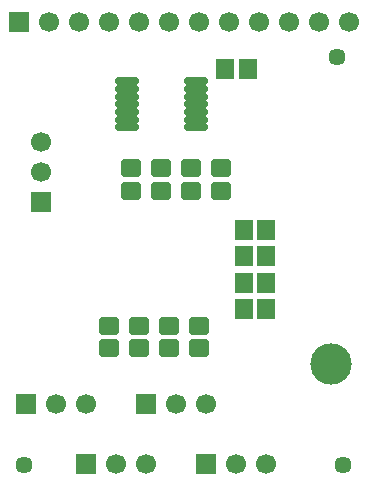
<source format=gbr>
G04 DipTrace 4.0.0.2*
G04 TopMask.gbr*
%MOIN*%
G04 #@! TF.FileFunction,Soldermask,Top*
G04 #@! TF.Part,Single*
%AMOUTLINE1*
4,1,28,
-0.020061,0.029528,
0.020061,0.029528,
0.023348,0.029095,
0.026651,0.027727,
0.029487,0.02555,
0.031664,0.022714,
0.033032,0.019411,
0.033465,0.016124,
0.033465,-0.016124,
0.033032,-0.019411,
0.031664,-0.022714,
0.029487,-0.02555,
0.026651,-0.027727,
0.023348,-0.029095,
0.020061,-0.029528,
-0.020061,-0.029528,
-0.023348,-0.029095,
-0.026651,-0.027727,
-0.029487,-0.02555,
-0.031664,-0.022714,
-0.033032,-0.019411,
-0.033465,-0.016124,
-0.033465,0.016124,
-0.033032,0.019411,
-0.031664,0.022714,
-0.029487,0.02555,
-0.026651,0.027727,
-0.023348,0.029095,
-0.020061,0.029528,
0*%
%AMOUTLINE4*
4,1,28,
0.020061,-0.029528,
-0.020061,-0.029528,
-0.023348,-0.029095,
-0.026651,-0.027727,
-0.029487,-0.02555,
-0.031664,-0.022714,
-0.033032,-0.019411,
-0.033465,-0.016124,
-0.033465,0.016124,
-0.033032,0.019411,
-0.031664,0.022714,
-0.029487,0.02555,
-0.026651,0.027727,
-0.023348,0.029095,
-0.020061,0.029528,
0.020061,0.029528,
0.023348,0.029095,
0.026651,0.027727,
0.029487,0.02555,
0.031664,0.022714,
0.033032,0.019411,
0.033465,0.016124,
0.033465,-0.016124,
0.033032,-0.019411,
0.031664,-0.022714,
0.029487,-0.02555,
0.026651,-0.027727,
0.023348,-0.029095,
0.020061,-0.029528,
0*%
%AMOUTLINE7*
4,1,28,
-0.03937,-0.004195,
-0.03937,0.004195,
-0.039135,0.005984,
-0.038345,0.007891,
-0.037088,0.009529,
-0.03545,0.010786,
-0.033543,0.011576,
-0.031754,0.011811,
0.031754,0.011811,
0.033543,0.011576,
0.03545,0.010786,
0.037088,0.009529,
0.038345,0.007891,
0.039135,0.005984,
0.03937,0.004195,
0.03937,-0.004195,
0.039135,-0.005984,
0.038345,-0.007891,
0.037088,-0.009529,
0.03545,-0.010786,
0.033543,-0.011576,
0.031754,-0.011811,
-0.031754,-0.011811,
-0.033543,-0.011576,
-0.03545,-0.010786,
-0.037088,-0.009529,
-0.038345,-0.007891,
-0.039135,-0.005984,
-0.03937,-0.004195,
0*%
%ADD19C,0.057008*%
%ADD26C,0.137795*%
%ADD31R,0.059055X0.066929*%
%ADD33C,0.066929*%
%ADD35R,0.066929X0.066929*%
%ADD37C,0.053228*%
%ADD42OUTLINE1*%
%ADD45OUTLINE4*%
%ADD48OUTLINE7*%
%FSLAX26Y26*%
G04*
G70*
G90*
G75*
G01*
G04 TopMask*
%LPD*%
D37*
X1555433Y492441D3*
D35*
X548937Y1368819D3*
D33*
Y1468819D3*
Y1568819D3*
D37*
X492441Y492441D3*
X1535748Y1850709D3*
D35*
X498937Y693819D3*
D33*
X598937D3*
X698937D3*
D35*
X473932Y1968819D3*
D33*
X573932D3*
X673932D3*
X773932D3*
X873932D3*
X973932D3*
X1073932D3*
X1173932D3*
X1273923D3*
X1373923D3*
X1473923D3*
X1573923D3*
D26*
X1516063Y827087D3*
D35*
X698937Y493819D3*
D33*
X798937D3*
X898937D3*
D35*
Y693819D3*
D33*
X998937D3*
X1098937D3*
D31*
X1224035Y1012568D3*
X1298839D3*
X1224035Y1100070D3*
X1298839D3*
X1224035Y1187570D3*
X1298839D3*
X1224035Y1275068D3*
X1298839D3*
D42*
X848937Y1481220D3*
Y1406417D3*
X948937Y1481220D3*
Y1406417D3*
X1048937Y1481220D3*
Y1406417D3*
X1148937Y1481220D3*
Y1406417D3*
D45*
X773937Y881417D3*
Y956220D3*
X873937Y881417D3*
Y956220D3*
X973937Y881417D3*
Y956220D3*
X1073937Y881417D3*
Y956220D3*
D35*
X1098937Y493819D3*
D33*
X1198937D3*
X1298937D3*
D48*
X834764Y1770591D3*
Y1745000D3*
Y1719409D3*
Y1693819D3*
Y1668228D3*
Y1642638D3*
X834772Y1617047D3*
X1063110D3*
Y1642638D3*
Y1668228D3*
Y1693819D3*
Y1719409D3*
Y1745000D3*
Y1770591D3*
D31*
X1161535Y1812568D3*
X1236339D3*
D19*
X492441Y492441D3*
X1555433D3*
X1535748Y1850709D3*
M02*

</source>
